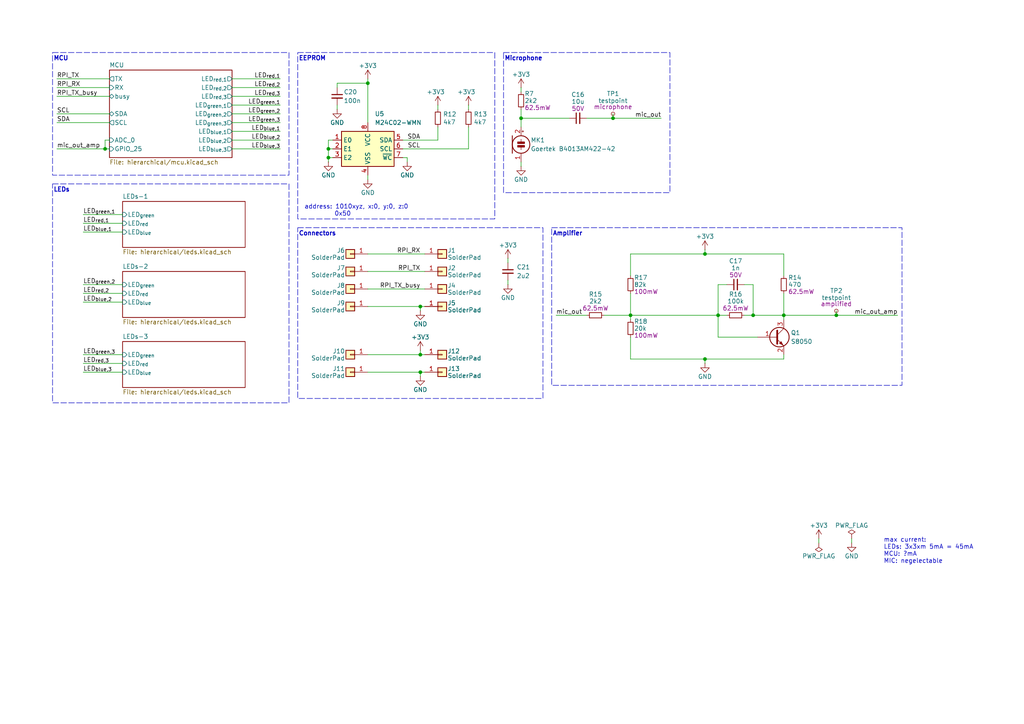
<source format=kicad_sch>
(kicad_sch (version 20231120) (generator "eeschema") (generator_version "8.0")
  (paper "A4")
  (title_block (title "Piezo Based Nerf Target Tile") (date "2024-04-06") (rev "1.0") (comment 8 "Piezo Based Nerf Target Tile") (comment 9 "Tim Goll"))
  (lib_symbols
    (symbol "Connector:TestPoint_Small" (pin_numbers hide) (pin_names (offset 0.762) hide)
      (property "Reference" "TP" (at 0 3.81 0))
      (property "Value" "TestPoint_Small" (at 0 2.032 0))
      (symbol "TestPoint_Small_0_1"
        (circle (center 0 0) (radius 0.508))
      )
      (symbol "TestPoint_Small_1_1"
        (pin passive line (at 0 0 90) (length 0) (name "1") (number "1"))
      )
    )
    (symbol "Connector_Generic:Conn_01x01" (pin_names (offset 1.016) hide)
      (property "Reference" "J" (at 0 2.54 0))
      (property "Value" "Conn_01x01" (at 0 -2.54 0))
      (symbol "Conn_01x01_1_1"
        (rectangle (start -1.27 0.127) (end 0 -0.127) (stroke (width 0.1524)))
        (rectangle (start -1.27 1.27) (end 1.27 -1.27) (stroke (width 0.254)) (fill (type background)))
        (pin passive line (at -5.08 0 0) (length 3.81) (name "Pin_1") (number "1"))
      )
    )
    (symbol "Device:C_Small" (pin_numbers hide) (pin_names (offset 0.254) hide)
      (property "Reference" "C" (at 0.254 1.778 0))
      (property "Value" "C_Small" (at 0.254 -2.032 0))
      (symbol "C_Small_0_1"
        (polyline (pts (xy -1.524 -0.508) (xy 1.524 -0.508)) (stroke (width 0.3302)))
        (polyline (pts (xy -1.524 0.508) (xy 1.524 0.508)) (stroke (width 0.3048)))
      )
      (symbol "C_Small_1_1"
        (pin passive line (at 0 2.54 270) (length 2.032) (name "~") (number "1"))
        (pin passive line (at 0 -2.54 90) (length 2.032) (name "~") (number "2"))
      )
    )
    (symbol "Device:Microphone_Condenser" (pin_names (offset 0.0254) hide)
      (property "Reference" "MK" (at -3.302 1.27 0))
      (property "Value" "Microphone_Condenser" (at -3.302 -0.635 0))
      (symbol "Microphone_Condenser_0_1"
        (polyline (pts (xy -2.54 2.54) (xy -2.54 -2.54)) (stroke (width 0.254)))
        (polyline (pts (xy 0 -0.762) (xy 0 -1.524)))
        (polyline (pts (xy 0 0.762) (xy 0 1.524)))
        (polyline (pts (xy 0.254 3.81) (xy 0.762 3.81)))
        (polyline (pts (xy 0.508 4.064) (xy 0.508 3.556)))
        (circle (center 0 0) (radius 2.54) (stroke (width 0.254)))
        (rectangle (start 1.016 -0.254) (end -1.016 -0.762) (fill (type outline)))
        (rectangle (start 1.016 0.762) (end -1.016 0.254) (fill (type outline)))
      )
      (symbol "Microphone_Condenser_1_1"
        (pin passive line (at 0 -5.08 90) (length 2.54) (name "-") (number "1"))
        (pin passive line (at 0 5.08 270) (length 2.54) (name "+") (number "2"))
      )
    )
    (symbol "Device:Q_NPN_BEC" (pin_names (offset 0) hide)
      (property "Reference" "Q" (at 5.08 1.27 0))
      (property "Value" "Q_NPN_BEC" (at 5.08 -1.27 0))
      (symbol "Q_NPN_BEC_0_1"
        (polyline (pts (xy 0.635 0.635) (xy 2.54 2.54)))
        (polyline (pts (xy 0.635 -0.635) (xy 2.54 -2.54) (xy 2.54 -2.54)))
        (polyline (pts (xy 0.635 1.905) (xy 0.635 -1.905) (xy 0.635 -1.905)) (stroke (width 0.508)))
        (polyline (pts (xy 1.27 -1.778) (xy 1.778 -1.27) (xy 2.286 -2.286) (xy 1.27 -1.778) (xy 1.27 -1.778)) (fill (type outline)))
        (circle (center 1.27 0) (radius 2.8194) (stroke (width 0.254)))
      )
      (symbol "Q_NPN_BEC_1_1"
        (pin input line (at -5.08 0 0) (length 5.715) (name "B") (number "1"))
        (pin passive line (at 2.54 -5.08 90) (length 2.54) (name "E") (number "2"))
        (pin passive line (at 2.54 5.08 270) (length 2.54) (name "C") (number "3"))
      )
    )
    (symbol "Device:R_Small" (pin_numbers hide) (pin_names (offset 0.254) hide)
      (property "Reference" "R" (at 0.762 0.508 0))
      (property "Value" "R_Small" (at 0.762 -1.016 0))
      (symbol "R_Small_0_1"
        (rectangle (start -0.762 1.778) (end 0.762 -1.778) (stroke (width 0.2032)))
      )
      (symbol "R_Small_1_1"
        (pin passive line (at 0 2.54 270) (length 0.762) (name "~") (number "1"))
        (pin passive line (at 0 -2.54 90) (length 0.762) (name "~") (number "2"))
      )
    )
    (symbol "Memory_EEPROM:M24C02-WMN"
      (property "Reference" "U" (at -6.35 6.35 0))
      (property "Value" "M24C02-WMN" (at 7.62 6.35 0))
      (symbol "M24C02-WMN_0_1"
        (rectangle (start -7.62 5.08) (end 7.62 -5.08) (stroke (width 0.254)) (fill (type background)))
      )
      (symbol "M24C02-WMN_1_1"
        (pin input line (at -10.16 2.54 0) (length 2.54) (name "E0") (number "1"))
        (pin input line (at -10.16 0 0) (length 2.54) (name "E1") (number "2"))
        (pin input line (at -10.16 -2.54 0) (length 2.54) (name "E2") (number "3"))
        (pin power_in line (at 0 -7.62 90) (length 2.54) (name "VSS") (number "4"))
        (pin bidirectional line (at 10.16 2.54 180) (length 2.54) (name "SDA") (number "5"))
        (pin input line (at 10.16 0 180) (length 2.54) (name "SCL") (number "6"))
        (pin input line (at 10.16 -2.54 180) (length 2.54) (name "~{WC}") (number "7"))
        (pin power_in line (at 0 7.62 270) (length 2.54) (name "VCC") (number "8"))
      )
    )
    (symbol "power:+3V3" (power) (pin_numbers hide) (pin_names (offset 0) hide)
      (property "Value" "+3V3" (at 0 3.556 0))
      (symbol "+3V3_0_1"
        (polyline (pts (xy -0.762 1.27) (xy 0 2.54)))
        (polyline (pts (xy 0 0) (xy 0 2.54)))
        (polyline (pts (xy 0 2.54) (xy 0.762 1.27)))
      )
      (symbol "+3V3_1_1"
        (pin power_in line (at 0 0 90) (length 0) (name "~") (number "1"))
      )
    )
    (symbol "power:GND" (power) (pin_numbers hide) (pin_names (offset 0) hide)
      (property "Value" "GND" (at 0 -3.81 0))
      (symbol "GND_0_1"
        (polyline (pts (xy 0 0) (xy 0 -1.27) (xy 1.27 -1.27) (xy 0 -2.54) (xy -1.27 -1.27) (xy 0 -1.27)))
      )
      (symbol "GND_1_1"
        (pin power_in line (at 0 0 270) (length 0) (name "~") (number "1"))
      )
    )
    (symbol "power:PWR_FLAG" (power) (pin_numbers hide) (pin_names (offset 0) hide)
      (property "Value" "PWR_FLAG" (at 0 3.81 0))
      (symbol "PWR_FLAG_0_0"
        (pin power_out line (at 0 0 90) (length 0) (name "pwr") (number "1"))
      )
      (symbol "PWR_FLAG_0_1"
        (polyline (pts (xy 0 0) (xy 0 1.27) (xy -1.016 1.905) (xy 0 2.54) (xy 1.016 1.905) (xy 0 1.27)))
      )
    )
  )
  (junction (at 218.44 91.44))
  (junction (at 204.47 104.14))
  (junction (at 242.57 91.44))
  (junction (at 95.25 45.72))
  (junction (at 227.33 91.44))
  (junction (at 204.47 73.66))
  (junction (at 182.88 91.44))
  (junction (at 106.68 24.13))
  (junction (at 121.92 88.9))
  (junction (at 177.8 34.29))
  (junction (at 95.25 43.18))
  (junction (at 151.13 34.29))
  (junction (at 208.28 91.44))
  (junction (at 121.92 107.95))
  (junction (at 121.92 102.87))
  (junction (at 30.48 43.18))
  (wire (pts (xy 67.31 35.56) (xy 81.28 35.56)))
  (wire (pts (xy 106.68 50.8) (xy 106.68 52.07)))
  (wire (pts (xy 182.88 73.66) (xy 182.88 80.01)))
  (wire (pts (xy 67.31 25.4) (xy 81.28 25.4)))
  (wire (pts (xy 219.71 97.79) (xy 208.28 97.79)))
  (wire (pts (xy 116.84 43.18) (xy 135.89 43.18)))
  (wire (pts (xy 106.68 78.74) (xy 123.19 78.74)))
  (wire (pts (xy 16.51 43.18) (xy 30.48 43.18)))
  (wire (pts (xy 227.33 104.14) (xy 227.33 102.87)))
  (wire (pts (xy 30.48 43.18) (xy 31.75 43.18)))
  (wire (pts (xy 147.32 81.28) (xy 147.32 82.55)))
  (wire (pts (xy 97.79 25.4) (xy 97.79 24.13)))
  (wire (pts (xy 177.8 34.29) (xy 191.77 34.29)))
  (wire (pts (xy 204.47 104.14) (xy 227.33 104.14)))
  (wire (pts (xy 118.11 45.72) (xy 116.84 45.72)))
  (wire (pts (xy 67.31 43.18) (xy 81.28 43.18)))
  (wire (pts (xy 121.92 107.95) (xy 121.92 109.22)))
  (wire (pts (xy 16.51 35.56) (xy 31.75 35.56)))
  (wire (pts (xy 16.51 33.02) (xy 31.75 33.02)))
  (wire (pts (xy 118.11 46.99) (xy 118.11 45.72)))
  (wire (pts (xy 175.26 91.44) (xy 182.88 91.44)))
  (wire (pts (xy 227.33 91.44) (xy 227.33 92.71)))
  (wire (pts (xy 95.25 40.64) (xy 96.52 40.64)))
  (wire (pts (xy 242.57 90.17) (xy 242.57 91.44)))
  (wire (pts (xy 204.47 73.66) (xy 227.33 73.66)))
  (wire (pts (xy 227.33 91.44) (xy 242.57 91.44)))
  (wire (pts (xy 24.13 85.09) (xy 35.56 85.09)))
  (wire (pts (xy 135.89 30.48) (xy 135.89 31.75)))
  (wire (pts (xy 97.79 24.13) (xy 106.68 24.13)))
  (wire (pts (xy 24.13 67.31) (xy 35.56 67.31)))
  (wire (pts (xy 237.49 156.21) (xy 237.49 157.48)))
  (wire (pts (xy 121.92 107.95) (xy 123.19 107.95)))
  (wire (pts (xy 147.32 74.93) (xy 147.32 76.2)))
  (wire (pts (xy 24.13 105.41) (xy 35.56 105.41)))
  (wire (pts (xy 121.92 88.9) (xy 123.19 88.9)))
  (wire (pts (xy 106.68 83.82) (xy 123.19 83.82)))
  (wire (pts (xy 242.57 91.44) (xy 260.35 91.44)))
  (wire (pts (xy 151.13 25.4) (xy 151.13 26.67)))
  (wire (pts (xy 151.13 31.75) (xy 151.13 34.29)))
  (wire (pts (xy 24.13 64.77) (xy 35.56 64.77)))
  (wire (pts (xy 24.13 87.63) (xy 35.56 87.63)))
  (wire (pts (xy 151.13 46.99) (xy 151.13 48.26)))
  (wire (pts (xy 127 40.64) (xy 127 36.83)))
  (wire (pts (xy 16.51 22.86) (xy 31.75 22.86)))
  (wire (pts (xy 121.92 102.87) (xy 123.19 102.87)))
  (wire (pts (xy 135.89 36.83) (xy 135.89 43.18)))
  (wire (pts (xy 170.18 34.29) (xy 177.8 34.29)))
  (wire (pts (xy 204.47 104.14) (xy 204.47 105.41)))
  (wire (pts (xy 121.92 101.6) (xy 121.92 102.87)))
  (wire (pts (xy 106.68 24.13) (xy 106.68 35.56)))
  (wire (pts (xy 210.82 91.44) (xy 208.28 91.44)))
  (wire (pts (xy 215.9 82.55) (xy 218.44 82.55)))
  (wire (pts (xy 24.13 62.23) (xy 35.56 62.23)))
  (wire (pts (xy 16.51 27.94) (xy 31.75 27.94)))
  (wire (pts (xy 95.25 43.18) (xy 96.52 43.18)))
  (wire (pts (xy 67.31 27.94) (xy 81.28 27.94)))
  (wire (pts (xy 106.68 88.9) (xy 121.92 88.9)))
  (wire (pts (xy 210.82 82.55) (xy 208.28 82.55)))
  (wire (pts (xy 67.31 33.02) (xy 81.28 33.02)))
  (wire (pts (xy 215.9 91.44) (xy 218.44 91.44)))
  (wire (pts (xy 106.68 73.66) (xy 123.19 73.66)))
  (wire (pts (xy 31.75 40.64) (xy 30.48 40.64)))
  (wire (pts (xy 151.13 34.29) (xy 151.13 36.83)))
  (wire (pts (xy 16.51 25.4) (xy 31.75 25.4)))
  (wire (pts (xy 67.31 38.1) (xy 81.28 38.1)))
  (wire (pts (xy 182.88 91.44) (xy 182.88 92.71)))
  (wire (pts (xy 116.84 40.64) (xy 127 40.64)))
  (wire (pts (xy 95.25 45.72) (xy 95.25 43.18)))
  (wire (pts (xy 161.29 91.44) (xy 170.18 91.44)))
  (wire (pts (xy 24.13 107.95) (xy 35.56 107.95)))
  (wire (pts (xy 227.33 85.09) (xy 227.33 91.44)))
  (wire (pts (xy 204.47 72.39) (xy 204.47 73.66)))
  (wire (pts (xy 218.44 82.55) (xy 218.44 91.44)))
  (wire (pts (xy 106.68 102.87) (xy 121.92 102.87)))
  (wire (pts (xy 67.31 30.48) (xy 81.28 30.48)))
  (wire (pts (xy 127 30.48) (xy 127 31.75)))
  (wire (pts (xy 67.31 40.64) (xy 81.28 40.64)))
  (wire (pts (xy 106.68 107.95) (xy 121.92 107.95)))
  (wire (pts (xy 208.28 82.55) (xy 208.28 91.44)))
  (wire (pts (xy 177.8 34.29) (xy 177.8 33.02)))
  (wire (pts (xy 182.88 97.79) (xy 182.88 104.14)))
  (wire (pts (xy 97.79 30.48) (xy 97.79 31.75)))
  (wire (pts (xy 218.44 91.44) (xy 227.33 91.44)))
  (wire (pts (xy 67.31 22.86) (xy 81.28 22.86)))
  (wire (pts (xy 182.88 104.14) (xy 204.47 104.14)))
  (wire (pts (xy 208.28 97.79) (xy 208.28 91.44)))
  (wire (pts (xy 95.25 45.72) (xy 96.52 45.72)))
  (wire (pts (xy 95.25 43.18) (xy 95.25 40.64)))
  (wire (pts (xy 24.13 82.55) (xy 35.56 82.55)))
  (wire (pts (xy 30.48 40.64) (xy 30.48 43.18)))
  (wire (pts (xy 182.88 73.66) (xy 204.47 73.66)))
  (wire (pts (xy 95.25 46.99) (xy 95.25 45.72)))
  (wire (pts (xy 24.13 102.87) (xy 35.56 102.87)))
  (wire (pts (xy 247.015 156.21) (xy 247.015 157.48)))
  (wire (pts (xy 227.33 73.66) (xy 227.33 80.01)))
  (wire (pts (xy 165.1 34.29) (xy 151.13 34.29)))
  (wire (pts (xy 182.88 85.09) (xy 182.88 91.44)))
  (wire (pts (xy 182.88 91.44) (xy 208.28 91.44)))
  (wire (pts (xy 121.92 90.17) (xy 121.92 88.9)))
  (wire (pts (xy 106.68 22.86) (xy 106.68 24.13)))
  (rectangle (start 15.24 53.34) (end 83.82 116.84) (stroke (width 0) (type dash)))
  (rectangle (start 15.24 15.24) (end 83.82 50.8) (stroke (width 0) (type dash)))
  (rectangle (start 146.05 15.24) (end 194.31 55.88) (stroke (width 0) (type dash)))
  (rectangle (start 86.36 15.24) (end 143.51 63.5) (stroke (width 0) (type dash)))
  (rectangle (start 160.02 66.04) (end 261.62 111.76) (stroke (width 0) (type dash)))
  (rectangle (start 86.36 66.04) (end 157.48 115.57) (stroke (width 0) (type dash)))
  (text "max current:\nLEDs: 3x3xm 5mA = 45mA\nMCU: ?mA\nMIC: negelectable" (at 256.286 159.766 0) (effects (font (size 1.27 1.27)) (justify left)))
  (text "Microphone" (at 146.304 17.78 0) (effects (font (size 1.27 1.27) (thickness 0.254) (bold yes)) (justify left bottom)))
  (text "Amplifier" (at 160.274 68.58 0) (effects (font (size 1.27 1.27) (thickness 0.254) (bold yes)) (justify left bottom)))
  (text "MCU" (at 15.494 17.78 0) (effects (font (size 1.27 1.27) (thickness 0.254) (bold yes)) (justify left bottom)))
  (text "Connectors" (at 86.614 68.58 0) (effects (font (size 1.27 1.27) (thickness 0.254) (bold yes)) (justify left bottom)))
  (text "EEPROM" (at 86.614 17.78 0) (effects (font (size 1.27 1.27) (thickness 0.254) (bold yes)) (justify left bottom)))
  (text "address: 1010xyz, x:0, y:0, z:0\n         0x50" (at 88.265 62.865 0) (effects (font (size 1.27 1.27)) (justify left bottom)))
  (text "LEDs" (at 15.494 55.88 0) (effects (font (size 1.27 1.27) (thickness 0.254) (bold yes)) (justify left bottom)))
  (label "RPI_RX" (at 121.92 73.66 180))
  (label "LED_{green,3}" (at 81.28 35.56 180))
  (label "LED_{red,2}" (at 24.13 85.09 0))
  (label "LED_{blue,1}" (at 24.13 67.31 0))
  (label "LED_{red,1}" (at 24.13 64.77 0))
  (label "LED_{blue,3}" (at 81.28 43.18 180))
  (label "SDA" (at 121.92 40.64 180))
  (label "mic_out" (at 191.77 34.29 180))
  (label "LED_{green,3}" (at 24.13 102.87 0))
  (label "LED_{blue,3}" (at 24.13 107.95 0))
  (label "LED_{blue,1}" (at 81.28 38.1 180))
  (label "RPI_TX" (at 16.51 22.86 0))
  (label "SCL" (at 121.92 43.18 180))
  (label "LED_{green,1}" (at 24.13 62.23 0))
  (label "LED_{red,1}" (at 81.28 22.86 180))
  (label "LED_{red,3}" (at 24.13 105.41 0))
  (label "LED_{blue,2}" (at 81.28 40.64 180))
  (label "RPI_RX" (at 16.51 25.4 0))
  (label "LED_{red,3}" (at 81.28 27.94 180))
  (label "SDA" (at 16.51 35.56 0))
  (label "mic_out" (at 161.29 91.44 0))
  (label "LED_{blue,2}" (at 24.13 87.63 0))
  (label "RPI_TX_busy" (at 121.92 83.82 180))
  (label "LED_{green,2}" (at 24.13 82.55 0))
  (label "SCL" (at 16.51 33.02 0))
  (label "mic_out_amp" (at 16.51 43.18 0))
  (label "LED_{green,2}" (at 81.28 33.02 180))
  (label "mic_out_amp" (at 260.35 91.44 180))
  (label "LED_{green,1}" (at 81.28 30.48 180))
  (label "RPI_TX_busy" (at 16.51 27.94 0))
  (label "LED_{red,2}" (at 81.28 25.4 180))
  (label "RPI_TX" (at 121.92 78.74 180))
  (symbol (lib_id "power:GND") (at 121.92 90.17 0) (unit 1)
    (property "Reference" "#PWR041" (effects (hide yes)))
    (property "Value" "GND" (at 121.92 93.98 0))
    (property "Description" "Power symbol creates a global label with name \"GND\" , ground" (effects (hide yes)))
  )
  (symbol (lib_id "Device:C_Small") (at 167.64 34.29 90) (unit 1)
    (property "Reference" "C16" (at 167.6337 27.432 90))
    (property "Value" "10u" (at 167.64 29.464 90))
    (property "Footprint" "Capacitor_SMD:C_0805_2012Metric" (effects (hide yes)))
    (property "Description" "Unpolarized capacitor, small symbol" (effects (hide yes)))
    (property "Voltage" "50V" (at 167.64 31.496 90))
    (property "LCSC Part #" "C440198" (effects (hide yes)))
    (property "extended" "no" (effects (hide yes)))
  )
  (symbol (lib_id "Connector_Generic:Conn_01x01") (at 101.6 107.95 0) (mirror y) (unit 1) (in_bom no)
    (property "Reference" "J11" (at 100.076 106.934 0) (effects (justify left)))
    (property "Value" "SolderPad" (at 100.076 108.966 0) (effects (justify left)))
    (property "Footprint" "#TimGollLib:solder_pad_1.2x2.5mm" (effects (hide yes)))
    (property "Description" "Generic connector, single row, 01x01, script generated (kicad-library-utils/schlib/autogen/connector/)" (effects (hide yes)))
  )
  (symbol (lib_id "Device:R_Small") (at 135.89 34.29 0) (unit 1)
    (property "Reference" "R13" (at 137.3886 33.1216 0) (effects (justify left)))
    (property "Value" "4k7" (at 137.3886 35.433 0) (effects (justify left)))
    (property "Footprint" "Resistor_SMD:R_0603_1608Metric" (effects (hide yes)))
    (property "LCSC Part #" "C23162" (effects (hide yes)))
    (property "extended" "no" (effects (hide yes)))
  )
  (symbol (lib_id "power:+3V3") (at 121.92 101.6 0) (unit 1)
    (property "Reference" "#PWR043" (effects (hide yes)))
    (property "Value" "+3V3" (at 121.92 97.79 0))
    (property "Description" "Power symbol creates a global label with name \"+3V3\"" (effects (hide yes)))
  )
  (symbol (lib_id "power:PWR_FLAG") (at 247.015 156.21 0) (unit 1)
    (property "Reference" "#FLG02" (effects (hide yes)))
    (property "Value" "PWR_FLAG" (at 247.015 152.4 0))
  )
  (symbol (lib_id "power:GND") (at 95.25 46.99 0) (unit 1)
    (property "Reference" "#PWR044" (effects (hide yes)))
    (property "Value" "GND" (at 95.25 50.8 0))
  )
  (symbol (lib_id "Connector_Generic:Conn_01x01") (at 128.27 88.9 0) (unit 1) (in_bom no)
    (property "Reference" "J5" (at 129.794 87.884 0) (effects (justify left)))
    (property "Value" "SolderPad" (at 129.794 89.916 0) (effects (justify left)))
    (property "Footprint" "#TimGollLib:solder_pad_1.2x2.5mm" (effects (hide yes)))
    (property "Description" "Generic connector, single row, 01x01, script generated (kicad-library-utils/schlib/autogen/connector/)" (effects (hide yes)))
  )
  (symbol (lib_id "power:GND") (at 151.13 48.26 0) (unit 1)
    (property "Reference" "#PWR030" (effects (hide yes)))
    (property "Value" "GND" (at 151.13 52.07 0))
    (property "Description" "Power symbol creates a global label with name \"GND\" , ground" (effects (hide yes)))
  )
  (symbol (lib_id "power:+3V3") (at 106.68 22.86 0) (unit 1)
    (property "Reference" "#PWR046" (effects (hide yes)))
    (property "Value" "+3V3" (at 106.68 19.05 0))
  )
  (symbol (lib_id "Device:C_Small") (at 147.32 78.74 0) (unit 1)
    (property "Reference" "C21" (at 149.86 77.47 0) (effects (justify left)))
    (property "Value" "2u2" (at 149.86 80.01 0) (effects (justify left)))
    (property "Footprint" "Capacitor_SMD:C_0603_1608Metric" (effects (hide yes)))
    (property "JLC Part #" "C28323" (effects (hide yes)))
    (property "LCSC Part #" "C23630" (effects (hide yes)))
    (property "extended" "no" (effects (hide yes)))
  )
  (symbol (lib_id "Connector_Generic:Conn_01x01") (at 128.27 78.74 0) (unit 1) (in_bom no)
    (property "Reference" "J2" (at 129.794 77.724 0) (effects (justify left)))
    (property "Value" "SolderPad" (at 129.794 79.756 0) (effects (justify left)))
    (property "Footprint" "#TimGollLib:solder_pad_1.2x2.5mm" (effects (hide yes)))
    (property "Description" "Generic connector, single row, 01x01, script generated (kicad-library-utils/schlib/autogen/connector/)" (effects (hide yes)))
  )
  (symbol (lib_id "Device:C_Small") (at 213.36 82.55 90) (unit 1)
    (property "Reference" "C17" (at 213.36 75.692 90))
    (property "Value" "1n" (at 213.3663 77.724 90))
    (property "Footprint" "Capacitor_SMD:C_0805_2012Metric" (effects (hide yes)))
    (property "Description" "Unpolarized capacitor, small symbol" (effects (hide yes)))
    (property "Voltage" "50V" (at 213.3663 79.756 90))
    (property "LCSC Part #" "C46653" (effects (hide yes)))
    (property "extended" "no" (effects (hide yes)))
  )
  (symbol (lib_id "Connector_Generic:Conn_01x01") (at 101.6 73.66 0) (mirror y) (unit 1) (in_bom no)
    (property "Reference" "J6" (at 100.076 72.644 0) (effects (justify left)))
    (property "Value" "SolderPad" (at 100.076 74.676 0) (effects (justify left)))
    (property "Footprint" "#TimGollLib:solder_pad_1.2x2.5mm" (effects (hide yes)))
    (property "Description" "Generic connector, single row, 01x01, script generated (kicad-library-utils/schlib/autogen/connector/)" (effects (hide yes)))
  )
  (symbol (lib_id "power:GND") (at 118.11 46.99 0) (unit 1)
    (property "Reference" "#PWR048" (effects (hide yes)))
    (property "Value" "GND" (at 118.11 50.8 0))
  )
  (symbol (lib_id "Device:R_Small") (at 213.36 91.44 90) (unit 1)
    (property "Reference" "R16" (at 213.36 85.344 90))
    (property "Value" "100k" (at 213.36 87.376 90))
    (property "Footprint" "Resistor_SMD:R_0603_1608Metric" (effects (hide yes)))
    (property "Description" "Resistor, small symbol" (effects (hide yes)))
    (property "Power" "62.5mW" (at 213.36 89.408 90))
    (property "LCSC Part #" "C25741" (effects (hide yes)))
    (property "extended" "no" (effects (hide yes)))
  )
  (symbol (lib_id "power:GND") (at 204.47 105.41 0) (unit 1)
    (property "Reference" "#PWR033" (effects (hide yes)))
    (property "Value" "GND" (at 204.47 109.22 0))
    (property "Description" "Power symbol creates a global label with name \"GND\" , ground" (effects (hide yes)))
  )
  (symbol (lib_id "Device:R_Small") (at 182.88 95.25 0) (unit 1)
    (property "Reference" "R18" (at 183.896 93.218 0) (effects (justify left)))
    (property "Value" "20k" (at 183.896 95.25 0) (effects (justify left)))
    (property "Footprint" "Resistor_SMD:R_0603_1608Metric" (effects (hide yes)))
    (property "Description" "Resistor, small symbol" (effects (hide yes)))
    (property "Power" "100mW" (at 183.896 97.282 0) (effects (justify left)))
    (property "LCSC Part #" "C4184" (effects (hide yes)))
    (property "extended" "no" (effects (hide yes)))
  )
  (symbol (lib_id "power:+3V3") (at 135.89 30.48 0) (unit 1)
    (property "Reference" "#PWR038" (effects (hide yes)))
    (property "Value" "+3V3" (at 135.255 26.67 0))
  )
  (symbol (lib_id "power:GND") (at 247.015 157.48 0) (unit 1)
    (property "Reference" "#PWR027" (effects (hide yes)))
    (property "Value" "GND" (at 247.015 161.29 0))
  )
  (symbol (lib_id "power:GND") (at 97.79 31.75 0) (unit 1)
    (property "Reference" "#PWR045" (effects (hide yes)))
    (property "Value" "GND" (at 97.79 35.56 0))
  )
  (symbol (lib_id "Connector_Generic:Conn_01x01") (at 128.27 102.87 0) (unit 1) (in_bom no)
    (property "Reference" "J12" (at 129.794 101.854 0) (effects (justify left)))
    (property "Value" "SolderPad" (at 129.794 103.886 0) (effects (justify left)))
    (property "Footprint" "#TimGollLib:solder_pad_1.2x2.5mm" (effects (hide yes)))
    (property "Description" "Generic connector, single row, 01x01, script generated (kicad-library-utils/schlib/autogen/connector/)" (effects (hide yes)))
  )
  (symbol (lib_id "Device:R_Small") (at 172.72 91.44 90) (unit 1)
    (property "Reference" "R15" (at 172.72 85.344 90))
    (property "Value" "2k2" (at 172.72 87.376 90))
    (property "Footprint" "Resistor_SMD:R_0402_1005Metric" (effects (hide yes)))
    (property "Description" "Resistor, small symbol" (effects (hide yes)))
    (property "Power" "62.5mW" (at 172.72 89.408 90))
    (property "LCSC Part #" "C25879" (effects (hide yes)))
    (property "extended" "no" (effects (hide yes)))
  )
  (symbol (lib_id "Connector_Generic:Conn_01x01") (at 128.27 107.95 0) (unit 1) (in_bom no)
    (property "Reference" "J13" (at 129.794 106.934 0) (effects (justify left)))
    (property "Value" "SolderPad" (at 129.794 108.966 0) (effects (justify left)))
    (property "Footprint" "#TimGollLib:solder_pad_1.2x2.5mm" (effects (hide yes)))
    (property "Description" "Generic connector, single row, 01x01, script generated (kicad-library-utils/schlib/autogen/connector/)" (effects (hide yes)))
  )
  (symbol (lib_id "Device:R_Small") (at 127 34.29 0) (unit 1)
    (property "Reference" "R12" (at 128.4986 33.1216 0) (effects (justify left)))
    (property "Value" "4k7" (at 128.4986 35.433 0) (effects (justify left)))
    (property "Footprint" "Resistor_SMD:R_0603_1608Metric" (effects (hide yes)))
    (property "LCSC Part #" "C23162" (effects (hide yes)))
    (property "extended" "no" (effects (hide yes)))
  )
  (symbol (lib_id "Connector_Generic:Conn_01x01") (at 101.6 88.9 0) (mirror y) (unit 1) (in_bom no)
    (property "Reference" "J9" (at 100.076 87.884 0) (effects (justify left)))
    (property "Value" "SolderPad" (at 100.076 89.916 0) (effects (justify left)))
    (property "Footprint" "#TimGollLib:solder_pad_1.2x2.5mm" (effects (hide yes)))
    (property "Description" "Generic connector, single row, 01x01, script generated (kicad-library-utils/schlib/autogen/connector/)" (effects (hide yes)))
  )
  (symbol (lib_id "Connector_Generic:Conn_01x01") (at 101.6 83.82 0) (mirror y) (unit 1) (in_bom no)
    (property "Reference" "J8" (at 100.076 82.804 0) (effects (justify left)))
    (property "Value" "SolderPad" (at 100.076 84.836 0) (effects (justify left)))
    (property "Footprint" "#TimGollLib:solder_pad_1.2x2.5mm" (effects (hide yes)))
    (property "Description" "Generic connector, single row, 01x01, script generated (kicad-library-utils/schlib/autogen/connector/)" (effects (hide yes)))
  )
  (symbol (lib_id "power:+3V3") (at 147.32 74.93 0) (unit 1)
    (property "Reference" "#PWR050" (effects (hide yes)))
    (property "Value" "+3V3" (at 147.32 71.12 0))
    (property "Description" "Power symbol creates a global label with name \"+3V3\"" (effects (hide yes)))
  )
  (symbol (lib_id "power:+3V3") (at 237.49 156.21 0) (unit 1)
    (property "Reference" "#PWR025" (effects (hide yes)))
    (property "Value" "+3V3" (at 237.49 152.4 0))
  )
  (symbol (lib_id "Connector_Generic:Conn_01x01") (at 101.6 102.87 0) (mirror y) (unit 1) (in_bom no)
    (property "Reference" "J10" (at 100.076 101.854 0) (effects (justify left)))
    (property "Value" "SolderPad" (at 100.076 103.886 0) (effects (justify left)))
    (property "Footprint" "#TimGollLib:solder_pad_1.2x2.5mm" (effects (hide yes)))
    (property "Description" "Generic connector, single row, 01x01, script generated (kicad-library-utils/schlib/autogen/connector/)" (effects (hide yes)))
  )
  (symbol (lib_id "power:GND") (at 106.68 52.07 0) (unit 1)
    (property "Reference" "#PWR047" (effects (hide yes)))
    (property "Value" "GND" (at 106.68 55.88 0))
  )
  (symbol (lib_id "Connector_Generic:Conn_01x01") (at 128.27 83.82 0) (unit 1) (in_bom no)
    (property "Reference" "J4" (at 129.794 82.804 0) (effects (justify left)))
    (property "Value" "SolderPad" (at 129.794 84.836 0) (effects (justify left)))
    (property "Footprint" "#TimGollLib:solder_pad_1.2x2.5mm" (effects (hide yes)))
    (property "Description" "Generic connector, single row, 01x01, script generated (kicad-library-utils/schlib/autogen/connector/)" (effects (hide yes)))
  )
  (symbol (lib_id "power:+3V3") (at 127 30.48 0) (unit 1)
    (property "Reference" "#PWR029" (effects (hide yes)))
    (property "Value" "+3V3" (at 126.365 26.67 0))
  )
  (symbol (lib_id "power:PWR_FLAG") (at 237.49 157.48 180) (unit 1)
    (property "Reference" "#FLG01" (effects (hide yes)))
    (property "Value" "PWR_FLAG" (at 237.49 161.29 0))
  )
  (symbol (lib_id "Device:R_Small") (at 227.33 82.55 0) (unit 1)
    (property "Reference" "R14" (at 228.6 80.518 0) (effects (justify left)))
    (property "Value" "470" (at 228.6 82.55 0) (effects (justify left)))
    (property "Footprint" "Resistor_SMD:R_0402_1005Metric" (effects (hide yes)))
    (property "Description" "Resistor, small symbol" (effects (hide yes)))
    (property "Power" "62.5mW" (at 228.6 84.582 0) (effects (justify left)))
    (property "LCSC Part #" "C25117" (effects (hide yes)))
    (property "extended" "no" (effects (hide yes)))
  )
  (symbol (lib_id "Device:R_Small") (at 182.88 82.55 0) (unit 1)
    (property "Reference" "R17" (at 183.896 80.518 0) (effects (justify left)))
    (property "Value" "82k" (at 183.896 82.55 0) (effects (justify left)))
    (property "Footprint" "Resistor_SMD:R_0603_1608Metric" (effects (hide yes)))
    (property "Description" "Resistor, small symbol" (effects (hide yes)))
    (property "Power" "100mW" (at 183.896 84.582 0) (effects (justify left)))
    (property "LCSC Part #" "C23254" (effects (hide yes)))
    (property "extended" "no" (effects (hide yes)))
  )
  (symbol (lib_id "Memory_EEPROM:M24C02-WMN") (at 106.68 43.18 0) (unit 1)
    (property "Reference" "U5" (at 108.6994 33.02 0) (effects (justify left)))
    (property "Value" "M24C02-WMN" (at 108.6994 35.56 0) (effects (justify left)))
    (property "Footprint" "Package_SO:SOIC-8_3.9x4.9mm_P1.27mm" (effects (hide yes)))
    (property "Datasheet" "http://www.st.com/content/ccc/resource/technical/document/datasheet/b0/d8/50/40/5a/85/49/6f/DM00071904.pdf/files/DM00071904.pdf/jcr:content/translations/en.DM00071904.pdf" (effects (hide yes)))
    (property "LCSC Part #" "C7562" (effects (hide yes)))
    (property "extended" "no" (effects (hide yes)))
  )
  (symbol (lib_id "power:+3V3") (at 151.13 25.4 0) (unit 1)
    (property "Reference" "#PWR031" (effects (hide yes)))
    (property "Value" "+3V3" (at 151.13 21.59 0))
    (property "Description" "Power symbol creates a global label with name \"+3V3\"" (effects (hide yes)))
  )
  (symbol (lib_id "Connector_Generic:Conn_01x01") (at 101.6 78.74 0) (mirror y) (unit 1) (in_bom no)
    (property "Reference" "J7" (at 100.076 77.724 0) (effects (justify left)))
    (property "Value" "SolderPad" (at 100.076 79.756 0) (effects (justify left)))
    (property "Footprint" "#TimGollLib:solder_pad_1.2x2.5mm" (effects (hide yes)))
    (property "Description" "Generic connector, single row, 01x01, script generated (kicad-library-utils/schlib/autogen/connector/)" (effects (hide yes)))
  )
  (symbol (lib_id "Connector:TestPoint_Small") (at 177.8 33.02 90) (unit 1) (in_bom no)
    (property "Reference" "TP1" (at 177.8 27.178 90))
    (property "Value" "testpoint" (at 177.8 29.21 90))
    (property "Footprint" "TestPoint:TestPoint_Pad_D2.0mm" (effects (hide yes)))
    (property "Testpoint" "microphone" (at 177.8 30.988 90))
  )
  (symbol (lib_id "Connector_Generic:Conn_01x01") (at 128.27 73.66 0) (unit 1) (in_bom no)
    (property "Reference" "J1" (at 129.794 72.644 0) (effects (justify left)))
    (property "Value" "SolderPad" (at 129.794 74.676 0) (effects (justify left)))
    (property "Footprint" "#TimGollLib:solder_pad_1.2x2.5mm" (effects (hide yes)))
    (property "Description" "Generic connector, single row, 01x01, script generated (kicad-library-utils/schlib/autogen/connector/)" (effects (hide yes)))
  )
  (symbol (lib_id "Device:R_Small") (at 151.13 29.21 0) (unit 1)
    (property "Reference" "R7" (at 152.146 27.178 0) (effects (justify left)))
    (property "Value" "2k2" (at 152.146 29.21 0) (effects (justify left)))
    (property "Footprint" "Resistor_SMD:R_0402_1005Metric" (effects (hide yes)))
    (property "Description" "Resistor, small symbol" (effects (hide yes)))
    (property "Power" "62.5mW" (at 152.146 31.242 0) (effects (justify left)))
    (property "LCSC Part #" "C25879" (effects (hide yes)))
    (property "extended" "no" (effects (hide yes)))
  )
  (symbol (lib_id "Device:C_Small") (at 97.79 27.94 0) (unit 1)
    (property "Reference" "C20" (at 99.695 26.6762 0) (effects (justify left)))
    (property "Value" "100n" (at 99.695 29.2162 0) (effects (justify left)))
    (property "Footprint" "Capacitor_SMD:C_0402_1005Metric" (effects (hide yes)))
    (property "LCSC Part #" "C1525" (effects (hide yes)))
    (property "extended" "no" (effects (hide yes)))
  )
  (symbol (lib_id "Device:Microphone_Condenser") (at 151.13 41.91 0) (unit 1)
    (property "Reference" "MK1" (at 153.924 40.64 0) (effects (justify left)))
    (property "Value" "Goertek B4013AM422-42" (at 153.924 43.18 0) (effects (justify left)))
    (property "Footprint" "#TimGollLib:B4013AM422-42" (effects (hide yes)))
    (property "Description" "Condenser microphone" (effects (hide yes)))
    (property "LCSC Part #" "C233793" (effects (hide yes)))
    (property "extended" "yes" (effects (hide yes)))
  )
  (symbol (lib_id "power:GND") (at 121.92 109.22 0) (unit 1)
    (property "Reference" "#PWR042" (effects (hide yes)))
    (property "Value" "GND" (at 121.92 113.03 0))
    (property "Description" "Power symbol creates a global label with name \"GND\" , ground" (effects (hide yes)))
  )
  (symbol (lib_id "Connector:TestPoint_Small") (at 242.57 90.17 90) (unit 1) (in_bom no)
    (property "Reference" "TP2" (at 242.57 84.328 90))
    (property "Value" "testpoint" (at 242.57 86.36 90))
    (property "Footprint" "TestPoint:TestPoint_Pad_D2.0mm" (effects (hide yes)))
    (property "Testpoint" "amplified" (at 242.57 88.138 90))
  )
  (symbol (lib_id "power:+3V3") (at 204.47 72.39 0) (unit 1)
    (property "Reference" "#PWR032" (effects (hide yes)))
    (property "Value" "+3V3" (at 204.47 68.58 0))
    (property "Description" "Power symbol creates a global label with name \"+3V3\"" (effects (hide yes)))
  )
  (symbol (lib_id "Device:Q_NPN_BEC") (at 224.79 97.79 0) (unit 1)
    (property "Reference" "Q1" (at 229.362 96.52 0) (effects (justify left)))
    (property "Value" "S8050" (at 229.362 99.06 0) (effects (justify left)))
    (property "Footprint" "Package_TO_SOT_SMD:SOT-23" (effects (hide yes)))
    (property "Description" "NPN transistor, base/emitter/collector" (effects (hide yes)))
    (property "LCSC Part #" "C2146" (effects (hide yes)))
    (property "extended" "no" (effects (hide yes)))
  )
  (symbol (lib_id "power:GND") (at 147.32 82.55 0) (unit 1)
    (property "Reference" "#PWR049" (effects (hide yes)))
    (property "Value" "GND" (at 147.32 86.36 0))
    (property "Description" "Power symbol creates a global label with name \"GND\" , ground" (effects (hide yes)))
  )
  (sheet (at 31.75 20.32) (size 35.56 25.4) (stroke (width 0.1524))
    (property "Sheetname" "MCU" (at 31.75 19.6084 0) (effects (justify left bottom)))
    (property "Sheetfile" "hierarchical/mcu.kicad_sch" (at 31.75 46.3046 0) (effects (justify left top)))
    (pin "TX" output (at 31.75 22.86 180))
    (pin "RX" input (at 31.75 25.4 180))
    (pin "busy" bidirectional (at 31.75 27.94 180))
    (pin "LED_{red,1}" output (at 67.31 22.86 0))
    (pin "LED_{red,2}" output (at 67.31 25.4 0))
    (pin "LED_{red,3}" output (at 67.31 27.94 0))
    (pin "LED_{green,1}" output (at 67.31 30.48 0))
    (pin "LED_{blue,1}" output (at 67.31 38.1 0))
    (pin "LED_{blue,2}" output (at 67.31 40.64 0))
    (pin "LED_{green,2}" output (at 67.31 33.02 0))
    (pin "LED_{green,3}" output (at 67.31 35.56 0))
    (pin "LED_{blue,3}" output (at 67.31 43.18 0))
    (pin "ADC_0" input (at 31.75 40.64 180))
    (pin "SDA" bidirectional (at 31.75 33.02 180))
    (pin "SCL" output (at 31.75 35.56 180))
    (pin "GPIO_25" input (at 31.75 43.18 180))
  )
  (sheet (at 35.56 58.42) (size 35.56 13.335) (stroke (width 0.1524))
    (property "Sheetname" "LEDs-1" (at 35.56 57.7084 0) (effects (justify left bottom)))
    (property "Sheetfile" "hierarchical/leds.kicad_sch" (at 35.56 72.3396 0) (effects (justify left top)))
    (pin "LED_{green}" input (at 35.56 62.23 180))
    (pin "LED_{red}" input (at 35.56 64.77 180))
    (pin "LED_{blue}" input (at 35.56 67.31 180))
  )
  (sheet (at 35.56 99.06) (size 35.56 13.335) (stroke (width 0.1524))
    (property "Sheetname" "LEDs-3" (at 35.56 98.3484 0) (effects (justify left bottom)))
    (property "Sheetfile" "hierarchical/leds.kicad_sch" (at 35.56 112.9796 0) (effects (justify left top)))
    (pin "LED_{green}" input (at 35.56 102.87 180))
    (pin "LED_{red}" input (at 35.56 105.41 180))
    (pin "LED_{blue}" input (at 35.56 107.95 180))
  )
  (sheet (at 35.56 78.74) (size 35.56 13.335) (stroke (width 0.1524))
    (property "Sheetname" "LEDs-2" (at 35.56 78.0284 0) (effects (justify left bottom)))
    (property "Sheetfile" "hierarchical/leds.kicad_sch" (at 35.56 92.6596 0) (effects (justify left top)))
    (pin "LED_{green}" input (at 35.56 82.55 180))
    (pin "LED_{red}" input (at 35.56 85.09 180))
    (pin "LED_{blue}" input (at 35.56 87.63 180))
  )
)
</source>
